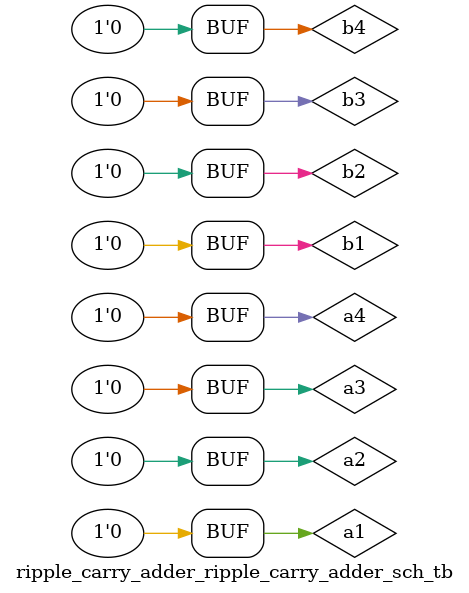
<source format=v>

`timescale 1ns / 1ps

module ripple_carry_adder_ripple_carry_adder_sch_tb();

// Inputs
   reg a1;
   reg b1;
   reg a2;
   reg b2;
   reg a3;
   reg b3;
   reg a4;
   reg b4;

// Output
   wire s4;
   wire s3;
   wire s2;
   wire s1;

// Bidirs

// Instantiate the UUT
   ripple_carry_adder UUT (
		.a1(a1), 
		.b1(b1), 
		.a2(a2), 
		.b2(b2), 
		.a3(a3), 
		.b3(b3), 
		.a4(a4), 
		.b4(b4), 
		.s4(s4), 
		.s3(s3), 
		.s2(s2), 
		.s1(s1)
   );
// Initialize Inputs

initial begin
		a1 = 0;
		b1 = 0;
		a2 = 0;
		b2 = 0;
		a3 = 0;
		b3 = 0;
		a4 = 0;
		b4 = 0;
		#50;
		a1 = 1;
		b1 = 0;
		a2 = 0;
		b2 = 0;
		a3 = 0;
		b3 = 0;
		a4 = 0;
		b4 = 0;
		#50;
		a1 = 1;
		b1 = 1;
		a2 = 0;
		b2 = 0;
		a3 = 0;
		b3 = 0;
		a4 = 0;
		b4 = 0;
		#50;
		a1 = 0;
		b1 = 0;
		a2 = 1;
		b2 = 0;
		a3 = 0;
		b3 = 0;
		a4 = 0;
		b4 = 0;
		#50;
		a1 = 1;
		b1 = 0;
		a2 = 1;
		b2 = 1;
		a3 = 0;
		b3 = 0;
		a4 = 0;
		b4 = 0;
		#50;
		a1 = 1;
		b1 = 1;
		a2 = 1;
		b2 = 1;
		a3 = 1;
		b3 = 1;
		a4 = 1;
		b4 = 1;
		#50;
		a1 = 1;
		b1 = 0;
		a2 = 1;
		b2 = 0;
		a3 = 0;
		b3 = 1;
		a4 = 0;
		b4 = 1;
		#50;
		a1 = 1;
		b1 = 1;
		a2 = 1;
		b2 = 1;
		a3 = 0;
		b3 = 0;
		a4 = 0;
		b4 = 0;
		#50;
		a1 = 0;
		b1 = 0;
		a2 = 0;
		b2 = 0;
		a3 = 1;
		b3 = 1;
		a4 = 1;
		b4 = 1;
		#50;
		a1 = 1;
		b1 = 0;
		a2 = 1;
		b2 = 0;
		a3 = 1;
		b3 = 1;
		a4 = 1;
		b4 = 1;
		#50;
		a1 = 0;
		b1 = 0;
		a2 = 0;
		b2 = 0;
		a3 = 0;
		b3 = 0;
		a4 = 0;
		b4 = 0;
		#50;	
		end
endmodule

</source>
